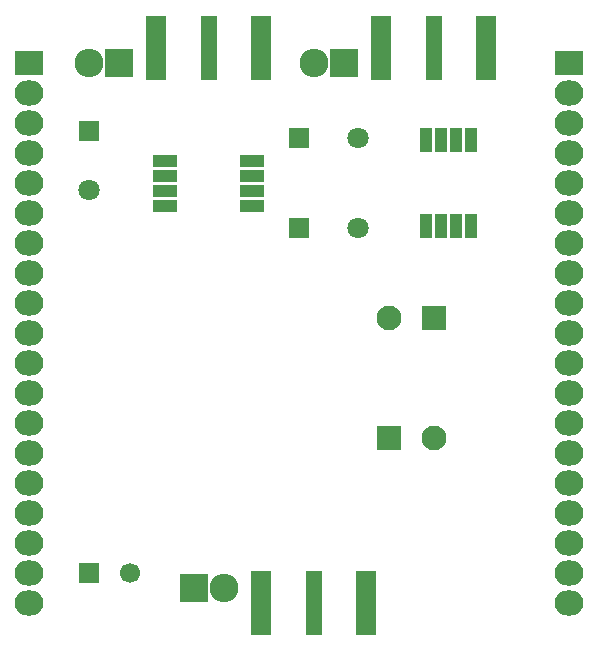
<source format=gbr>
G04 #@! TF.FileFunction,Soldermask,Top*
%FSLAX46Y46*%
G04 Gerber Fmt 4.6, Leading zero omitted, Abs format (unit mm)*
G04 Created by KiCad (PCBNEW 4.0.4+e1-6308~48~ubuntu16.04.1-stable) date Wed Oct 12 15:54:31 2016*
%MOMM*%
%LPD*%
G01*
G04 APERTURE LIST*
%ADD10C,0.100000*%
%ADD11R,1.800000X1.800000*%
%ADD12C,1.800000*%
%ADD13C,2.099260*%
%ADD14R,2.099260X2.099260*%
%ADD15R,2.432000X2.127200*%
%ADD16O,2.432000X2.127200*%
%ADD17R,1.670000X5.480000*%
%ADD18R,1.416000X5.480000*%
%ADD19R,2.100000X1.050000*%
%ADD20R,1.050000X2.100000*%
%ADD21C,1.700000*%
%ADD22R,1.700000X1.700000*%
%ADD23R,2.432000X2.432000*%
%ADD24O,2.432000X2.432000*%
G04 APERTURE END LIST*
D10*
D11*
X64770000Y-88265000D03*
D12*
X64770000Y-93265000D03*
D11*
X82550000Y-88900000D03*
D12*
X87550000Y-88900000D03*
D11*
X82550000Y-96520000D03*
D12*
X87550000Y-96520000D03*
D13*
X93982540Y-114300520D03*
D14*
X93982540Y-104140520D03*
D13*
X90167460Y-104139480D03*
D14*
X90167460Y-114299480D03*
D15*
X59690000Y-82550000D03*
D16*
X59690000Y-85090000D03*
X59690000Y-87630000D03*
X59690000Y-90170000D03*
X59690000Y-92710000D03*
X59690000Y-95250000D03*
X59690000Y-97790000D03*
X59690000Y-100330000D03*
X59690000Y-102870000D03*
X59690000Y-105410000D03*
X59690000Y-107950000D03*
X59690000Y-110490000D03*
X59690000Y-113030000D03*
X59690000Y-115570000D03*
X59690000Y-118110000D03*
X59690000Y-120650000D03*
X59690000Y-123190000D03*
X59690000Y-125730000D03*
X59690000Y-128270000D03*
D17*
X79375000Y-128270000D03*
X88265000Y-128270000D03*
D18*
X83820000Y-128270000D03*
D17*
X79375000Y-81280000D03*
X70485000Y-81280000D03*
D18*
X74930000Y-81280000D03*
D17*
X98425000Y-81280000D03*
X89535000Y-81280000D03*
D18*
X93980000Y-81280000D03*
D15*
X105410000Y-82550000D03*
D16*
X105410000Y-85090000D03*
X105410000Y-87630000D03*
X105410000Y-90170000D03*
X105410000Y-92710000D03*
X105410000Y-95250000D03*
X105410000Y-97790000D03*
X105410000Y-100330000D03*
X105410000Y-102870000D03*
X105410000Y-105410000D03*
X105410000Y-107950000D03*
X105410000Y-110490000D03*
X105410000Y-113030000D03*
X105410000Y-115570000D03*
X105410000Y-118110000D03*
X105410000Y-120650000D03*
X105410000Y-123190000D03*
X105410000Y-125730000D03*
X105410000Y-128270000D03*
D19*
X71280000Y-90805000D03*
X71280000Y-92075000D03*
X71280000Y-93345000D03*
X71280000Y-94615000D03*
X78580000Y-94615000D03*
X78580000Y-93345000D03*
X78580000Y-92075000D03*
X78580000Y-90805000D03*
D20*
X97155000Y-89060000D03*
X95885000Y-89060000D03*
X94615000Y-89060000D03*
X93345000Y-89060000D03*
X93345000Y-96360000D03*
X94615000Y-96360000D03*
X95885000Y-96360000D03*
X97155000Y-96360000D03*
D21*
X68270000Y-125730000D03*
D22*
X64770000Y-125730000D03*
D23*
X73660000Y-127000000D03*
D24*
X76200000Y-127000000D03*
D23*
X67310000Y-82550000D03*
D24*
X64770000Y-82550000D03*
D23*
X86360000Y-82550000D03*
D24*
X83820000Y-82550000D03*
M02*

</source>
